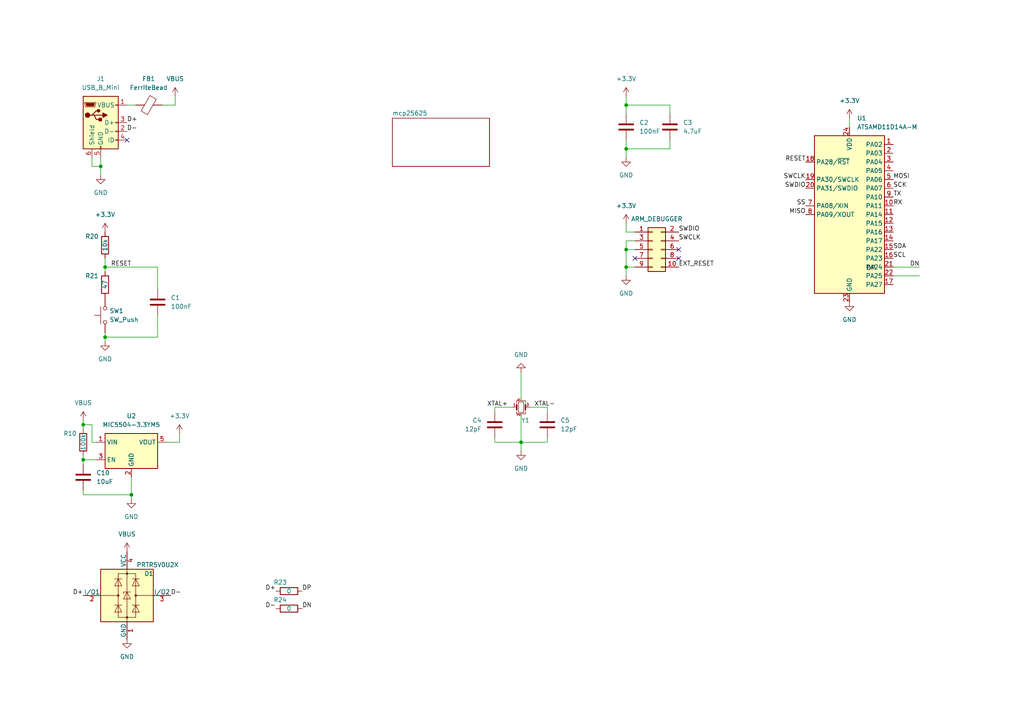
<source format=kicad_sch>
(kicad_sch (version 20231120) (generator "eeschema") (generator_version "8.0")
  (paper "A4")
  (lib_symbols
    (symbol "Connector:USB_B_Mini" (pin_names (offset 1.016))
      (property "Reference" "J" (at -5.08 11.43 0))
      (property "Value" "USB_B_Mini" (at -5.08 8.89 0))
      (symbol "USB_B_Mini_0_1"
        (rectangle (start -5.08 -7.62) (end 5.08 7.62) (stroke (width 0.254)) (fill (type background)))
        (circle (center -3.81 2.159) (radius 0.635) (stroke (width 0.254)) (fill (type outline)))
        (circle (center -0.635 3.429) (radius 0.381) (stroke (width 0.254)) (fill (type outline)))
        (rectangle (start -0.127 -7.62) (end 0.127 -6.858))
        (polyline (pts (xy -1.905 2.159) (xy 0.635 2.159)) (stroke (width 0.254)))
        (polyline (pts (xy -3.175 2.159) (xy -2.54 2.159) (xy -1.27 3.429) (xy -0.635 3.429)) (stroke (width 0.254)))
        (polyline (pts (xy -2.54 2.159) (xy -1.905 2.159) (xy -1.27 0.889) (xy 0 0.889)) (stroke (width 0.254)))
        (polyline (pts (xy 0.635 2.794) (xy 0.635 1.524) (xy 1.905 2.159) (xy 0.635 2.794)) (stroke (width 0.254)) (fill (type outline)))
        (polyline (pts (xy -4.318 5.588) (xy -1.778 5.588) (xy -2.032 4.826) (xy -4.064 4.826) (xy -4.318 5.588)) (fill (type outline)))
        (polyline (pts (xy -4.699 5.842) (xy -4.699 5.588) (xy -4.445 4.826) (xy -4.445 4.572) (xy -1.651 4.572) (xy -1.651 4.826) (xy -1.397 5.588) (xy -1.397 5.842) (xy -4.699 5.842)))
        (rectangle (start 0.254 1.27) (end -0.508 0.508) (stroke (width 0.254)) (fill (type outline)))
        (rectangle (start 5.08 -5.207) (end 4.318 -4.953))
        (rectangle (start 5.08 -2.667) (end 4.318 -2.413))
        (rectangle (start 5.08 -0.127) (end 4.318 0.127))
        (rectangle (start 5.08 4.953) (end 4.318 5.207))
      )
      (symbol "USB_B_Mini_1_1"
        (pin power_out line (at 7.62 5.08 180) (length 2.54) (name "VBUS") (number "1"))
        (pin bidirectional line (at 7.62 -2.54 180) (length 2.54) (name "D-") (number "2"))
        (pin bidirectional line (at 7.62 0 180) (length 2.54) (name "D+") (number "3"))
        (pin passive line (at 7.62 -5.08 180) (length 2.54) (name "ID") (number "4"))
        (pin power_out line (at 0 -10.16 90) (length 2.54) (name "GND") (number "5"))
        (pin passive line (at -2.54 -10.16 90) (length 2.54) (name "Shield") (number "6"))
      )
    )
    (symbol "Connector_Generic:Conn_02x05_Odd_Even" (pin_names (offset 1.016) hide)
      (property "Reference" "J" (at 1.27 7.62 0))
      (property "Value" "Conn_02x05_Odd_Even" (at 1.27 -7.62 0))
      (symbol "Conn_02x05_Odd_Even_1_1"
        (rectangle (start -1.27 -4.953) (end 0 -5.207) (stroke (width 0.1524)))
        (rectangle (start -1.27 -2.413) (end 0 -2.667) (stroke (width 0.1524)))
        (rectangle (start -1.27 0.127) (end 0 -0.127) (stroke (width 0.1524)))
        (rectangle (start -1.27 2.667) (end 0 2.413) (stroke (width 0.1524)))
        (rectangle (start -1.27 5.207) (end 0 4.953) (stroke (width 0.1524)))
        (rectangle (start -1.27 6.35) (end 3.81 -6.35) (stroke (width 0.254)) (fill (type background)))
        (rectangle (start 3.81 -4.953) (end 2.54 -5.207) (stroke (width 0.1524)))
        (rectangle (start 3.81 -2.413) (end 2.54 -2.667) (stroke (width 0.1524)))
        (rectangle (start 3.81 0.127) (end 2.54 -0.127) (stroke (width 0.1524)))
        (rectangle (start 3.81 2.667) (end 2.54 2.413) (stroke (width 0.1524)))
        (rectangle (start 3.81 5.207) (end 2.54 4.953) (stroke (width 0.1524)))
        (pin passive line (at -5.08 5.08 0) (length 3.81) (name "Pin_1") (number "1"))
        (pin passive line (at 7.62 -5.08 180) (length 3.81) (name "Pin_10") (number "10"))
        (pin passive line (at 7.62 5.08 180) (length 3.81) (name "Pin_2") (number "2"))
        (pin passive line (at -5.08 2.54 0) (length 3.81) (name "Pin_3") (number "3"))
        (pin passive line (at 7.62 2.54 180) (length 3.81) (name "Pin_4") (number "4"))
        (pin passive line (at -5.08 0 0) (length 3.81) (name "Pin_5") (number "5"))
        (pin passive line (at 7.62 0 180) (length 3.81) (name "Pin_6") (number "6"))
        (pin passive line (at -5.08 -2.54 0) (length 3.81) (name "Pin_7") (number "7"))
        (pin passive line (at 7.62 -2.54 180) (length 3.81) (name "Pin_8") (number "8"))
        (pin passive line (at -5.08 -5.08 0) (length 3.81) (name "Pin_9") (number "9"))
      )
    )
    (symbol "Device:C" (pin_numbers hide) (pin_names (offset 0.254))
      (property "Reference" "C" (at 0.635 2.54 0))
      (property "Value" "C" (at 0.635 -2.54 0))
      (symbol "C_0_1"
        (polyline (pts (xy -2.032 -0.762) (xy 2.032 -0.762)) (stroke (width 0.508)))
        (polyline (pts (xy -2.032 0.762) (xy 2.032 0.762)) (stroke (width 0.508)))
      )
      (symbol "C_1_1"
        (pin passive line (at 0 3.81 270) (length 2.794) (name "~") (number "1"))
        (pin passive line (at 0 -3.81 90) (length 2.794) (name "~") (number "2"))
      )
    )
    (symbol "Device:Crystal_GND24_Small" (pin_names (offset 1.016) hide)
      (property "Reference" "Y" (at 1.27 4.445 0))
      (property "Value" "Crystal_GND24_Small" (at 1.27 2.54 0))
      (symbol "Crystal_GND24_Small_0_1"
        (rectangle (start -0.762 -1.524) (end 0.762 1.524))
        (polyline (pts (xy -1.27 -0.762) (xy -1.27 0.762)) (stroke (width 0.381)))
        (polyline (pts (xy 1.27 -0.762) (xy 1.27 0.762)) (stroke (width 0.381)))
        (polyline (pts (xy -1.27 -1.27) (xy -1.27 -1.905) (xy 1.27 -1.905) (xy 1.27 -1.27)))
        (polyline (pts (xy -1.27 1.27) (xy -1.27 1.905) (xy 1.27 1.905) (xy 1.27 1.27)))
      )
      (symbol "Crystal_GND24_Small_1_1"
        (pin passive line (at -2.54 0 0) (length 1.27) (name "1") (number "1"))
        (pin passive line (at 0 -2.54 90) (length 0.635) (name "2") (number "2"))
        (pin passive line (at 2.54 0 180) (length 1.27) (name "3") (number "3"))
        (pin passive line (at 0 2.54 270) (length 0.635) (name "4") (number "4"))
      )
    )
    (symbol "Device:FerriteBead" (pin_numbers hide) (pin_names (offset 0))
      (property "Reference" "FB" (at -3.81 0.635 90))
      (property "Value" "FerriteBead" (at 3.81 0 90))
      (symbol "FerriteBead_0_1"
        (polyline (pts (xy 0 -1.27) (xy 0 -1.2192)))
        (polyline (pts (xy 0 1.27) (xy 0 1.2954)))
        (polyline (pts (xy -2.7686 0.4064) (xy -1.7018 2.2606) (xy 2.7686 -0.3048) (xy 1.6764 -2.159) (xy -2.7686 0.4064)))
      )
      (symbol "FerriteBead_1_1"
        (pin passive line (at 0 3.81 270) (length 2.54) (name "~") (number "1"))
        (pin passive line (at 0 -3.81 90) (length 2.54) (name "~") (number "2"))
      )
    )
    (symbol "Device:R" (pin_numbers hide) (pin_names (offset 0))
      (property "Reference" "R" (at 2.032 0 90))
      (property "Value" "R" (at 0 0 90))
      (symbol "R_0_1"
        (rectangle (start -1.016 -2.54) (end 1.016 2.54) (stroke (width 0.254)))
      )
      (symbol "R_1_1"
        (pin passive line (at 0 3.81 270) (length 1.27) (name "~") (number "1"))
        (pin passive line (at 0 -3.81 90) (length 1.27) (name "~") (number "2"))
      )
    )
    (symbol "MCU_Microchip_SAMD:ATSAMD11D14A-M"
      (property "Reference" "U" (at -10.16 24.13 0))
      (property "Value" "ATSAMD11D14A-M" (at 1.27 24.13 0))
      (symbol "ATSAMD11D14A-M_0_1"
        (rectangle (start -10.16 22.86) (end 10.16 -22.86) (stroke (width 0.254)) (fill (type background)))
      )
      (symbol "ATSAMD11D14A-M_1_1"
        (pin bidirectional line (at 12.7 20.32 180) (length 2.54) (name "PA02") (number "1"))
        (pin bidirectional line (at 12.7 2.54 180) (length 2.54) (name "PA11") (number "10"))
        (pin bidirectional line (at 12.7 0 180) (length 2.54) (name "PA14") (number "11"))
        (pin bidirectional line (at 12.7 -2.54 180) (length 2.54) (name "PA15") (number "12"))
        (pin bidirectional line (at 12.7 -5.08 180) (length 2.54) (name "PA16") (number "13"))
        (pin bidirectional line (at 12.7 -7.62 180) (length 2.54) (name "PA17") (number "14"))
        (pin bidirectional line (at 12.7 -10.16 180) (length 2.54) (name "PA22") (number "15"))
        (pin bidirectional line (at 12.7 -12.7 180) (length 2.54) (name "PA23") (number "16"))
        (pin bidirectional line (at 12.7 -20.32 180) (length 2.54) (name "PA27") (number "17"))
        (pin bidirectional line (at -12.7 15.24 0) (length 2.54) (name "PA28/~{RST}") (number "18"))
        (pin bidirectional line (at -12.7 10.16 0) (length 2.54) (name "PA30/SWCLK") (number "19"))
        (pin bidirectional line (at 12.7 17.78 180) (length 2.54) (name "PA03") (number "2"))
        (pin bidirectional line (at -12.7 7.62 0) (length 2.54) (name "PA31/SWDIO") (number "20"))
        (pin bidirectional line (at 12.7 -15.24 180) (length 2.54) (name "PA24") (number "21"))
        (pin bidirectional line (at 12.7 -17.78 180) (length 2.54) (name "PA25") (number "22"))
        (pin power_in line (at 0 -25.4 90) (length 2.54) (name "GND") (number "23"))
        (pin power_in line (at 0 25.4 270) (length 2.54) (name "VDD") (number "24"))
        (pin bidirectional line (at 12.7 15.24 180) (length 2.54) (name "PA04") (number "3"))
        (pin bidirectional line (at 12.7 12.7 180) (length 2.54) (name "PA05") (number "4"))
        (pin bidirectional line (at 12.7 10.16 180) (length 2.54) (name "PA06") (number "5"))
        (pin bidirectional line (at 12.7 7.62 180) (length 2.54) (name "PA07") (number "6"))
        (pin bidirectional line (at -12.7 2.54 0) (length 2.54) (name "PA08/XIN") (number "7"))
        (pin bidirectional line (at -12.7 0 0) (length 2.54) (name "PA09/XOUT") (number "8"))
        (pin bidirectional line (at 12.7 5.08 180) (length 2.54) (name "PA10") (number "9"))
      )
    )
    (symbol "Power_Protection:PRTR5V0U2X" (pin_names (offset 0))
      (property "Reference" "D" (at 2.794 8.636 0))
      (property "Value" "PRTR5V0U2X" (at 8.128 -9.398 0))
      (symbol "PRTR5V0U2X_0_1"
        (rectangle (start -7.62 -7.62) (end 7.62 7.62) (stroke (width 0.254)) (fill (type background)))
        (circle (center -2.54 0) (radius 0.254) (fill (type outline)))
        (rectangle (start -2.54 6.35) (end 2.54 -6.35))
        (circle (center 0 -6.35) (radius 0.254) (fill (type outline)))
        (polyline (pts (xy -2.54 0) (xy -7.62 0)))
        (polyline (pts (xy -1.524 -2.794) (xy -3.556 -2.794)))
        (polyline (pts (xy -1.524 4.826) (xy -3.556 4.826)))
        (polyline (pts (xy 0 -7.62) (xy 0 7.62)))
        (polyline (pts (xy 1.524 -2.794) (xy 3.556 -2.794)))
        (polyline (pts (xy 1.524 4.826) (xy 3.556 4.826)))
        (polyline (pts (xy 2.54 0) (xy 7.62 0)))
        (polyline (pts (xy 1.016 1.016) (xy -1.016 1.016) (xy -1.016 0.508)))
        (polyline (pts (xy -3.556 -4.826) (xy -1.524 -4.826) (xy -2.54 -2.794) (xy -3.556 -4.826)))
        (polyline (pts (xy -3.556 2.794) (xy -1.524 2.794) (xy -2.54 4.826) (xy -3.556 2.794)))
        (polyline (pts (xy -1.016 -1.016) (xy 1.016 -1.016) (xy 0 1.016) (xy -1.016 -1.016)))
        (polyline (pts (xy 3.556 -4.826) (xy 1.524 -4.826) (xy 2.54 -2.794) (xy 3.556 -4.826)))
        (polyline (pts (xy 3.556 2.794) (xy 1.524 2.794) (xy 2.54 4.826) (xy 3.556 2.794)))
        (circle (center 0 6.35) (radius 0.254) (fill (type outline)))
        (circle (center 2.54 0) (radius 0.254) (fill (type outline)))
      )
      (symbol "PRTR5V0U2X_1_1"
        (pin passive line (at 0 -12.7 90) (length 5.08) (name "GND") (number "1"))
        (pin passive line (at -12.7 0 0) (length 5.08) (name "I/O1") (number "2"))
        (pin passive line (at 12.7 0 180) (length 5.08) (name "I/O2") (number "3"))
        (pin passive line (at 0 12.7 270) (length 5.08) (name "VCC") (number "4"))
      )
    )
    (symbol "Regulator_Linear:MIC5504-3.3YM5"
      (property "Reference" "U" (at -7.62 8.89 0))
      (property "Value" "MIC5504-3.3YM5" (at -7.62 6.35 0))
      (symbol "MIC5504-3.3YM5_0_1"
        (rectangle (start -7.62 -5.08) (end 7.62 5.08) (stroke (width 0.254)) (fill (type background)))
      )
      (symbol "MIC5504-3.3YM5_1_1"
        (pin power_in line (at -10.16 2.54 0) (length 2.54) (name "VIN") (number "1"))
        (pin power_in line (at 0 -7.62 90) (length 2.54) (name "GND") (number "2"))
        (pin input line (at -10.16 -2.54 0) (length 2.54) (name "EN") (number "3"))
        (pin no_connect line (at 7.62 -2.54 180) (length 2.54) hide (name "NC") (number "4"))
        (pin power_out line (at 10.16 2.54 180) (length 2.54) (name "VOUT") (number "5"))
      )
    )
    (symbol "Switch:SW_Push" (pin_numbers hide) (pin_names (offset 1.016) hide)
      (property "Reference" "SW" (at 1.27 2.54 0))
      (property "Value" "SW_Push" (at 0 -1.524 0))
      (symbol "SW_Push_0_1"
        (circle (center -2.032 0) (radius 0.508))
        (polyline (pts (xy 0 1.27) (xy 0 3.048)))
        (polyline (pts (xy 2.54 1.27) (xy -2.54 1.27)))
        (circle (center 2.032 0) (radius 0.508))
        (pin passive line (at -5.08 0 0) (length 2.54) (name "1") (number "1"))
        (pin passive line (at 5.08 0 180) (length 2.54) (name "2") (number "2"))
      )
    )
    (symbol "power:+3.3V" (power) (pin_names (offset 0))
      (property "Value" "+3.3V" (at 0 3.556 0))
      (symbol "+3.3V_0_1"
        (polyline (pts (xy -0.762 1.27) (xy 0 2.54)))
        (polyline (pts (xy 0 0) (xy 0 2.54)))
        (polyline (pts (xy 0 2.54) (xy 0.762 1.27)))
      )
      (symbol "+3.3V_1_1"
        (pin power_in line (at 0 0 90) (length 0) hide (name "+3.3V") (number "1"))
      )
    )
    (symbol "power:GND" (power) (pin_names (offset 0))
      (property "Value" "GND" (at 0 -3.81 0))
      (symbol "GND_0_1"
        (polyline (pts (xy 0 0) (xy 0 -1.27) (xy 1.27 -1.27) (xy 0 -2.54) (xy -1.27 -1.27) (xy 0 -1.27)))
      )
      (symbol "GND_1_1"
        (pin power_in line (at 0 0 270) (length 0) hide (name "GND") (number "1"))
      )
    )
    (symbol "power:VBUS" (power) (pin_names (offset 0))
      (property "Value" "VBUS" (at 0 3.81 0))
      (symbol "VBUS_0_1"
        (polyline (pts (xy -0.762 1.27) (xy 0 2.54)))
        (polyline (pts (xy 0 0) (xy 0 2.54)))
        (polyline (pts (xy 0 2.54) (xy 0.762 1.27)))
      )
      (symbol "VBUS_1_1"
        (pin power_in line (at 0 0 90) (length 0) hide (name "VBUS") (number "1"))
      )
    )
  )
  (junction (at 30.48 77.47))
  (junction (at 38.1 143.51))
  (junction (at 29.21 48.26))
  (junction (at 181.61 30.48))
  (junction (at 24.13 133.35))
  (junction (at 30.48 97.79))
  (junction (at 181.61 43.18))
  (junction (at 151.13 128.27))
  (junction (at 181.61 72.39))
  (junction (at 181.61 77.47))
  (junction (at 24.13 123.19))
  (no_connect (at 36.83 40.64))
  (no_connect (at 184.15 74.93))
  (no_connect (at 196.85 72.39))
  (no_connect (at 196.85 74.93))
  (wire (pts (xy 181.61 69.85) (xy 184.15 69.85)))
  (wire (pts (xy 46.99 30.48) (xy 50.8 30.48)))
  (wire (pts (xy 52.07 125.73) (xy 52.07 128.27)))
  (wire (pts (xy 181.61 72.39) (xy 184.15 72.39)))
  (wire (pts (xy 143.51 118.11) (xy 148.59 118.11)))
  (wire (pts (xy 151.13 128.27) (xy 151.13 130.81)))
  (wire (pts (xy 30.48 77.47) (xy 45.72 77.47)))
  (wire (pts (xy 181.61 64.77) (xy 181.61 67.31)))
  (wire (pts (xy 181.61 67.31) (xy 184.15 67.31)))
  (wire (pts (xy 30.48 97.79) (xy 45.72 97.79)))
  (wire (pts (xy 143.51 127) (xy 143.51 128.27)))
  (wire (pts (xy 194.31 40.64) (xy 194.31 43.18)))
  (wire (pts (xy 181.61 30.48) (xy 194.31 30.48)))
  (wire (pts (xy 181.61 72.39) (xy 181.61 77.47)))
  (wire (pts (xy 38.1 143.51) (xy 38.1 144.78)))
  (wire (pts (xy 153.67 118.11) (xy 158.75 118.11)))
  (wire (pts (xy 30.48 97.79) (xy 30.48 96.52)))
  (wire (pts (xy 48.26 128.27) (xy 52.07 128.27)))
  (wire (pts (xy 259.08 80.01) (xy 266.7 80.01)))
  (wire (pts (xy 26.67 123.19) (xy 26.67 128.27)))
  (wire (pts (xy 38.1 143.51) (xy 38.1 138.43)))
  (wire (pts (xy 181.61 77.47) (xy 181.61 80.01)))
  (wire (pts (xy 181.61 77.47) (xy 184.15 77.47)))
  (wire (pts (xy 181.61 43.18) (xy 181.61 40.64)))
  (wire (pts (xy 24.13 143.51) (xy 24.13 142.24)))
  (wire (pts (xy 50.8 27.94) (xy 50.8 30.48)))
  (wire (pts (xy 24.13 133.35) (xy 27.94 133.35)))
  (wire (pts (xy 30.48 77.47) (xy 30.48 78.74)))
  (wire (pts (xy 24.13 121.92) (xy 24.13 123.19)))
  (wire (pts (xy 29.21 45.72) (xy 29.21 48.26)))
  (wire (pts (xy 158.75 118.11) (xy 158.75 119.38)))
  (wire (pts (xy 24.13 123.19) (xy 24.13 124.46)))
  (wire (pts (xy 30.48 74.93) (xy 30.48 77.47)))
  (wire (pts (xy 158.75 127) (xy 158.75 128.27)))
  (wire (pts (xy 45.72 77.47) (xy 45.72 83.82)))
  (wire (pts (xy 45.72 91.44) (xy 45.72 97.79)))
  (wire (pts (xy 143.51 128.27) (xy 151.13 128.27)))
  (wire (pts (xy 24.13 123.19) (xy 26.67 123.19)))
  (wire (pts (xy 30.48 99.06) (xy 30.48 97.79)))
  (wire (pts (xy 24.13 143.51) (xy 38.1 143.51)))
  (wire (pts (xy 29.21 50.8) (xy 29.21 48.26)))
  (wire (pts (xy 151.13 128.27) (xy 158.75 128.27)))
  (wire (pts (xy 24.13 132.08) (xy 24.13 133.35)))
  (wire (pts (xy 259.08 77.47) (xy 266.7 77.47)))
  (wire (pts (xy 181.61 69.85) (xy 181.61 72.39)))
  (wire (pts (xy 24.13 134.62) (xy 24.13 133.35)))
  (wire (pts (xy 181.61 27.94) (xy 181.61 30.48)))
  (wire (pts (xy 26.67 128.27) (xy 27.94 128.27)))
  (wire (pts (xy 194.31 30.48) (xy 194.31 33.02)))
  (wire (pts (xy 26.67 48.26) (xy 29.21 48.26)))
  (wire (pts (xy 26.67 45.72) (xy 26.67 48.26)))
  (wire (pts (xy 181.61 30.48) (xy 181.61 33.02)))
  (wire (pts (xy 246.38 34.29) (xy 246.38 36.83)))
  (wire (pts (xy 151.13 120.65) (xy 151.13 128.27)))
  (wire (pts (xy 143.51 118.11) (xy 143.51 119.38)))
  (wire (pts (xy 151.13 107.95) (xy 151.13 115.57)))
  (wire (pts (xy 181.61 45.72) (xy 181.61 43.18)))
  (wire (pts (xy 36.83 30.48) (xy 39.37 30.48)))
  (wire (pts (xy 181.61 43.18) (xy 194.31 43.18)))
  (label "SWDIO" (at 233.68 54.61 180))
  (label "SWCLK" (at 233.68 52.07 180))
  (label "D+" (at 80.01 171.45 180))
  (label "DN" (at 266.7 77.47 180))
  (label "SWCLK" (at 196.85 69.85 0))
  (label "EXT_RESET" (at 196.85 77.47 0))
  (label "SCK" (at 259.08 54.61 0))
  (label "RX" (at 259.08 59.69 0))
  (label "TX" (at 259.08 57.15 0))
  (label "RESET" (at 233.68 46.99 180))
  (label "D-" (at 36.83 38.1 0))
  (label "XTAL-" (at 154.94 118.11 0))
  (label "D-" (at 80.01 176.53 180))
  (label "D+" (at 24.13 172.72 180))
  (label "XTAL+" (at 147.32 118.11 180))
  (label "MISO" (at 233.68 62.23 180))
  (label "DP" (at 87.63 171.45 0))
  (label "D+" (at 36.83 35.56 0))
  (label "D-" (at 49.53 172.72 0))
  (label "SS" (at 233.68 59.69 180))
  (label "SWDIO" (at 196.85 67.31 0))
  (label "RESET" (at 38.1 77.47 180))
  (label "DN" (at 87.63 176.53 0))
  (label "SDA" (at 259.08 72.39 0))
  (label "DP" (at 254 78.74 180))
  (label "SCL" (at 259.08 74.93 0))
  (label "MOSI" (at 259.08 52.07 0))
  (symbol (lib_id "power:GND") (at 181.61 80.01 0) (unit 1)
    (property "Reference" "#PWR015" (effects (hide yes)))
    (property "Value" "GND" (at 181.61 85.09 0))
  )
  (symbol (lib_id "power:+3.3V") (at 181.61 27.94 0) (unit 1)
    (property "Reference" "#PWR011" (effects (hide yes)))
    (property "Value" "+3.3V" (at 181.61 22.86 0))
  )
  (symbol (lib_id "Device:R") (at 83.82 171.45 270) (unit 1)
    (property "Reference" "R23" (at 81.28 168.91 90))
    (property "Value" "0" (at 83.82 171.45 90))
  )
  (symbol (lib_id "power:+3.3V") (at 246.38 34.29 0) (unit 1)
    (property "Reference" "#PWR010" (effects (hide yes)))
    (property "Value" "+3.3V" (at 246.38 29.21 0))
  )
  (symbol (lib_id "Connector_Generic:Conn_02x05_Odd_Even") (at 189.23 72.39 0) (unit 1)
    (property "Reference" "ARM_DEBUGGER" (at 190.5 63.5 0))
    (property "Value" "Conn_02x05_Odd_Even" (effects (hide yes)))
  )
  (symbol (lib_id "power:VBUS") (at 24.13 121.92 0) (unit 1)
    (property "Reference" "#PWR03" (effects (hide yes)))
    (property "Value" "VBUS" (at 24.13 116.84 0))
  )
  (symbol (lib_id "MCU_Microchip_SAMD:ATSAMD11D14A-M") (at 246.38 62.23 0) (unit 1)
    (property "Reference" "U1" (at 248.5741 34.29 0) (effects (justify left)))
    (property "Value" "ATSAMD11D14A-M" (at 248.5741 36.83 0) (effects (justify left)))
    (property "Footprint" "Package_DFN_QFN:QFN-24-1EP_4x4mm_P0.5mm_EP2.6x2.6mm" (effects (hide yes)))
    (property "Datasheet" "http://ww1.microchip.com/downloads/en/DeviceDoc/Atmel-42363-SAM-D11_Datasheet.pdf" (effects (hide yes)))
  )
  (symbol (lib_id "Device:C") (at 181.61 36.83 0) (unit 1)
    (property "Reference" "C2" (at 185.42 35.56 0) (effects (justify left)))
    (property "Value" "100nF" (at 185.42 38.1 0) (effects (justify left)))
  )
  (symbol (lib_id "Device:C") (at 158.75 123.19 0) (unit 1)
    (property "Reference" "C5" (at 162.56 121.92 0) (effects (justify left)))
    (property "Value" "12pF" (at 162.56 124.46 0) (effects (justify left)))
  )
  (symbol (lib_id "power:GND") (at 29.21 50.8 0) (unit 1)
    (property "Reference" "#PWR02" (effects (hide yes)))
    (property "Value" "GND" (at 29.21 55.88 0))
  )
  (symbol (lib_id "power:+3.3V") (at 30.48 67.31 0) (unit 1)
    (property "Reference" "#PWR06" (effects (hide yes)))
    (property "Value" "+3.3V" (at 30.48 62.23 0))
  )
  (symbol (lib_id "power:GND") (at 36.83 185.42 0) (unit 1)
    (property "Reference" "#PWR09" (effects (hide yes)))
    (property "Value" "GND" (at 36.83 190.5 0))
  )
  (symbol (lib_id "Device:R") (at 30.48 71.12 180) (unit 1)
    (property "Reference" "R20" (at 26.67 68.58 0))
    (property "Value" "10k" (at 30.48 71.12 90))
  )
  (symbol (lib_id "Device:R") (at 30.48 82.55 180) (unit 1)
    (property "Reference" "R21" (at 26.67 80.01 0))
    (property "Value" "47" (at 30.48 82.55 90))
  )
  (symbol (lib_id "power:VBUS") (at 36.83 160.02 0) (unit 1)
    (property "Reference" "#PWR08" (effects (hide yes)))
    (property "Value" "VBUS" (at 36.83 154.94 0))
  )
  (symbol (lib_id "power:GND") (at 38.1 144.78 0) (unit 1)
    (property "Reference" "#PWR012" (effects (hide yes)))
    (property "Value" "GND" (at 38.1 149.86 0))
  )
  (symbol (lib_id "Device:Crystal_GND24_Small") (at 151.13 118.11 0) (unit 1)
    (property "Reference" "Y1" (at 152.4 121.92 0))
    (property "Value" "Crystal_GND24_Small" (effects (hide yes)))
    (property "Footprint" "Crystal:Crystal_SMD_3225-4Pin_3.2x2.5mm" (effects (hide yes)))
    (property "Datasheet" "https://www.mouser.es/datasheet/2/122/ECX_33Q-938166.pdf" (effects (hide yes)))
  )
  (symbol (lib_id "Power_Protection:PRTR5V0U2X") (at 36.83 172.72 0) (unit 1)
    (property "Reference" "D1" (at 43.18 166.37 0))
    (property "Value" "PRTR5V0U2X" (at 45.72 163.83 0))
    (property "Footprint" "Package_TO_SOT_SMD:SOT-143" (effects (hide yes)))
    (property "Datasheet" "https://assets.nexperia.com/documents/data-sheet/PRTR5V0U2X.pdf" (effects (hide yes)))
  )
  (symbol (lib_id "power:GND") (at 246.38 87.63 0) (unit 1)
    (property "Reference" "#PWR013" (effects (hide yes)))
    (property "Value" "GND" (at 246.38 92.71 0))
  )
  (symbol (lib_id "Device:C") (at 143.51 123.19 0) (mirror y) (unit 1)
    (property "Reference" "C4" (at 139.7 121.92 0) (effects (justify left)))
    (property "Value" "12pF" (at 139.7 124.46 0) (effects (justify left)))
  )
  (symbol (lib_id "power:GND") (at 181.61 45.72 0) (unit 1)
    (property "Reference" "#PWR04" (effects (hide yes)))
    (property "Value" "GND" (at 181.61 50.8 0))
  )
  (symbol (lib_id "Device:C") (at 24.13 138.43 0) (unit 1)
    (property "Reference" "C10" (at 27.94 137.16 0) (effects (justify left)))
    (property "Value" "10uF" (at 27.94 139.7 0) (effects (justify left)))
  )
  (symbol (lib_id "Device:C") (at 194.31 36.83 0) (unit 1)
    (property "Reference" "C3" (at 198.12 35.56 0) (effects (justify left)))
    (property "Value" "4.7uF" (at 198.12 38.1 0) (effects (justify left)))
  )
  (symbol (lib_id "Device:FerriteBead") (at 43.18 30.48 90) (unit 1)
    (property "Reference" "FB1" (at 43.1292 22.86 90))
    (property "Value" "FerriteBead" (at 43.1292 25.4 90))
  )
  (symbol (lib_id "Regulator_Linear:MIC5504-3.3YM5") (at 38.1 130.81 0) (unit 1)
    (property "Reference" "U2" (at 38.1 120.65 0))
    (property "Value" "MIC5504-3.3YM5" (at 38.1 123.19 0))
    (property "Footprint" "Package_TO_SOT_SMD:SOT-23-5" (effects (hide yes)))
    (property "Datasheet" "http://ww1.microchip.com/downloads/en/DeviceDoc/MIC550X.pdf" (effects (hide yes)))
  )
  (symbol (lib_id "power:VBUS") (at 50.8 27.94 0) (unit 1)
    (property "Reference" "#PWR01" (effects (hide yes)))
    (property "Value" "VBUS" (at 50.8 22.86 0))
  )
  (symbol (lib_id "Device:R") (at 83.82 176.53 270) (unit 1)
    (property "Reference" "R24" (at 81.28 173.99 90))
    (property "Value" "0" (at 83.82 176.53 90))
  )
  (symbol (lib_id "power:+3.3V") (at 52.07 125.73 0) (unit 1)
    (property "Reference" "#PWR05" (effects (hide yes)))
    (property "Value" "+3.3V" (at 52.07 120.65 0))
  )
  (symbol (lib_id "power:+3.3V") (at 181.61 64.77 0) (unit 1)
    (property "Reference" "#PWR014" (effects (hide yes)))
    (property "Value" "+3.3V" (at 181.61 59.69 0))
  )
  (symbol (lib_id "power:GND") (at 151.13 107.95 180) (unit 1)
    (property "Reference" "#PWR017" (effects (hide yes)))
    (property "Value" "GND" (at 151.13 102.87 0))
  )
  (symbol (lib_id "Device:R") (at 24.13 128.27 180) (unit 1)
    (property "Reference" "R10" (at 20.32 125.73 0))
    (property "Value" "100k" (at 24.13 128.27 90))
  )
  (symbol (lib_id "power:GND") (at 151.13 130.81 0) (unit 1)
    (property "Reference" "#PWR016" (effects (hide yes)))
    (property "Value" "GND" (at 151.13 135.89 0))
  )
  (symbol (lib_id "Connector:USB_B_Mini") (at 29.21 35.56 0) (unit 1)
    (property "Reference" "J1" (at 29.21 22.86 0))
    (property "Value" "USB_B_Mini" (at 29.21 25.4 0))
  )
  (symbol (lib_id "power:GND") (at 30.48 99.06 0) (unit 1)
    (property "Reference" "#PWR07" (effects (hide yes)))
    (property "Value" "GND" (at 30.48 104.14 0))
  )
  (symbol (lib_id "Device:C") (at 45.72 87.63 0) (unit 1)
    (property "Reference" "C1" (at 49.53 86.36 0) (effects (justify left)))
    (property "Value" "100nF" (at 49.53 88.9 0) (effects (justify left)))
  )
  (symbol (lib_id "Switch:SW_Push") (at 30.48 91.44 90) (unit 1)
    (property "Reference" "SW1" (at 31.75 90.17 90) (effects (justify right)))
    (property "Value" "SW_Push" (at 31.75 92.71 90) (effects (justify right)))
  )
  (sheet (at 113.792 34.29) (size 28.194 13.97) (stroke (width 0.1524))
    (property "Sheetname" "mcp25625" (at 113.792 33.5784 0) (effects (justify left bottom)))
    (property "Sheetfile" "mcp25625.kicad_sch" (effects (hide yes)))
  )
)
</source>
